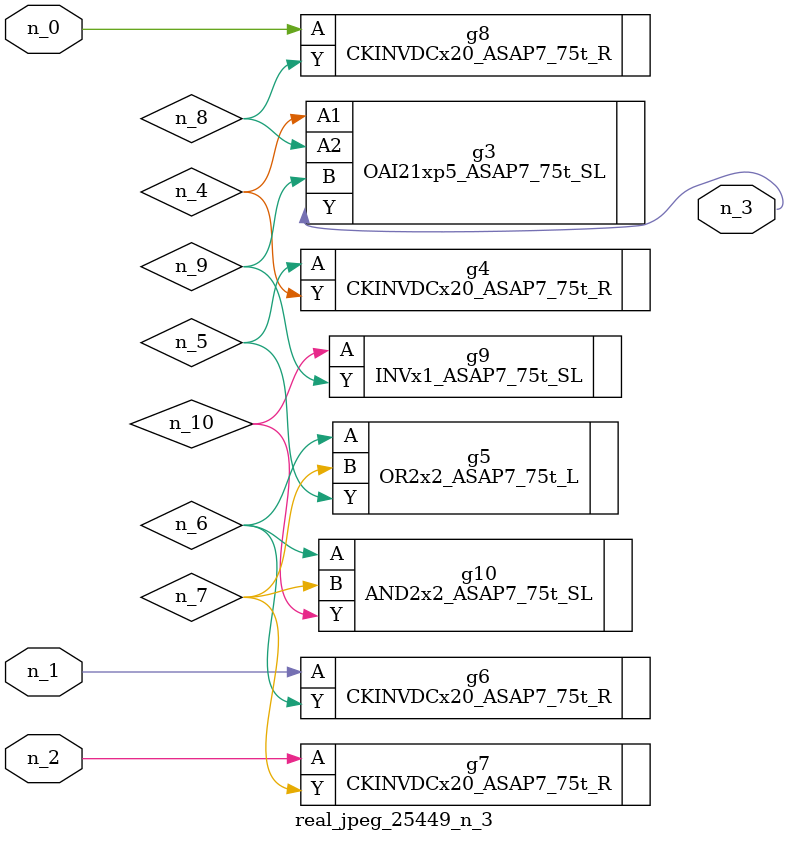
<source format=v>
module real_jpeg_25449_n_3 (n_1, n_0, n_2, n_3);

input n_1;
input n_0;
input n_2;

output n_3;

wire n_5;
wire n_8;
wire n_4;
wire n_6;
wire n_7;
wire n_10;
wire n_9;

CKINVDCx20_ASAP7_75t_R g8 ( 
.A(n_0),
.Y(n_8)
);

CKINVDCx20_ASAP7_75t_R g6 ( 
.A(n_1),
.Y(n_6)
);

CKINVDCx20_ASAP7_75t_R g7 ( 
.A(n_2),
.Y(n_7)
);

OAI21xp5_ASAP7_75t_SL g3 ( 
.A1(n_4),
.A2(n_8),
.B(n_9),
.Y(n_3)
);

CKINVDCx20_ASAP7_75t_R g4 ( 
.A(n_5),
.Y(n_4)
);

OR2x2_ASAP7_75t_L g5 ( 
.A(n_6),
.B(n_7),
.Y(n_5)
);

AND2x2_ASAP7_75t_SL g10 ( 
.A(n_6),
.B(n_7),
.Y(n_10)
);

INVx1_ASAP7_75t_SL g9 ( 
.A(n_10),
.Y(n_9)
);


endmodule
</source>
